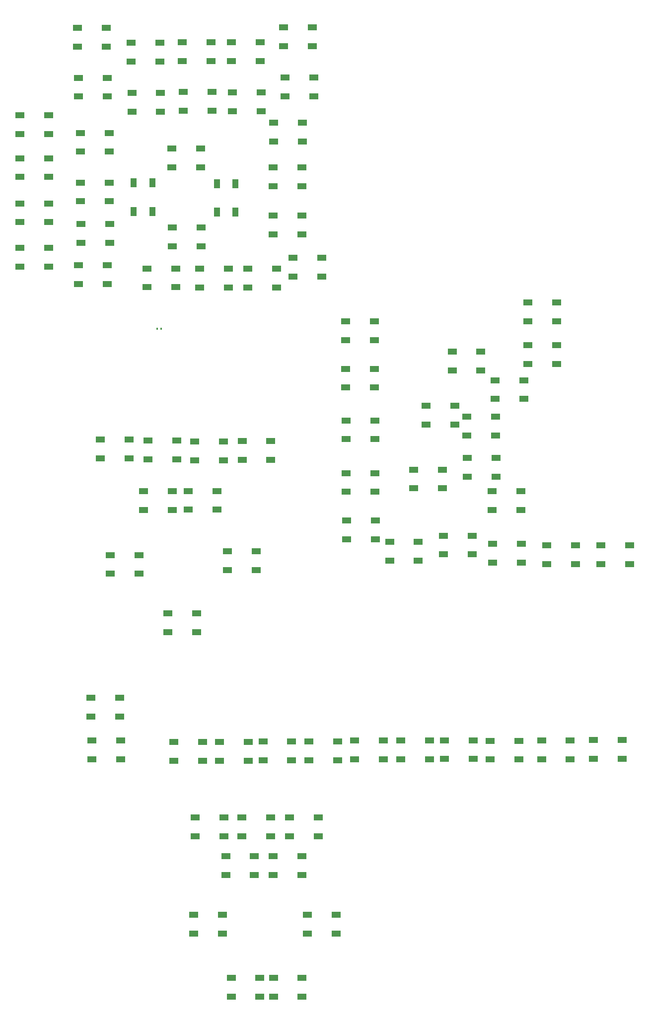
<source format=gbr>
%TF.GenerationSoftware,KiCad,Pcbnew,(5.1.6)-1*%
%TF.CreationDate,2020-11-25T14:24:20+11:00*%
%TF.ProjectId,DISP-EMC Panel PCB V1,44495350-2d45-44d4-9320-50616e656c20,rev?*%
%TF.SameCoordinates,Original*%
%TF.FileFunction,Paste,Top*%
%TF.FilePolarity,Positive*%
%FSLAX46Y46*%
G04 Gerber Fmt 4.6, Leading zero omitted, Abs format (unit mm)*
G04 Created by KiCad (PCBNEW (5.1.6)-1) date 2020-11-25 14:24:20*
%MOMM*%
%LPD*%
G01*
G04 APERTURE LIST*
%ADD10R,1.000000X1.500000*%
%ADD11R,1.500000X1.000000*%
G04 APERTURE END LIST*
D10*
%TO.C,D79*%
X67665600Y-42214800D03*
X70865600Y-42214800D03*
X67665600Y-37314800D03*
X70865600Y-37314800D03*
%TD*%
D11*
%TO.C,D78*%
X79144200Y-48158000D03*
X79144200Y-44958000D03*
X74244200Y-48158000D03*
X74244200Y-44958000D03*
%TD*%
D10*
%TO.C,D77*%
X81838800Y-42339600D03*
X85038800Y-42339600D03*
X81838800Y-37439600D03*
X85038800Y-37439600D03*
%TD*%
D11*
%TO.C,D76*%
X79093400Y-34645200D03*
X79093400Y-31445200D03*
X74193400Y-34645200D03*
X74193400Y-31445200D03*
%TD*%
%TO.C,D75*%
X77876400Y-162103000D03*
X77876400Y-165303000D03*
X82776400Y-162103000D03*
X82776400Y-165303000D03*
%TD*%
%TO.C,D74*%
X84291000Y-172847000D03*
X84291000Y-176047000D03*
X89191000Y-172847000D03*
X89191000Y-176047000D03*
%TD*%
%TO.C,D73*%
X91490800Y-172872000D03*
X91490800Y-176072000D03*
X96390800Y-172872000D03*
X96390800Y-176072000D03*
%TD*%
%TO.C,D72*%
X97295800Y-162103000D03*
X97295800Y-165303000D03*
X102195800Y-162103000D03*
X102195800Y-165303000D03*
%TD*%
%TO.C,D71*%
X91467600Y-152146000D03*
X91467600Y-155346000D03*
X96367600Y-152146000D03*
X96367600Y-155346000D03*
%TD*%
%TO.C,D70*%
X83365000Y-152121000D03*
X83365000Y-155321000D03*
X88265000Y-152121000D03*
X88265000Y-155321000D03*
%TD*%
%TO.C,D69*%
X94210800Y-145517000D03*
X94210800Y-148717000D03*
X99110800Y-145517000D03*
X99110800Y-148717000D03*
%TD*%
%TO.C,D68*%
X86082800Y-145542000D03*
X86082800Y-148742000D03*
X90982800Y-145542000D03*
X90982800Y-148742000D03*
%TD*%
%TO.C,D67*%
X78118800Y-145491000D03*
X78118800Y-148691000D03*
X83018800Y-145491000D03*
X83018800Y-148691000D03*
%TD*%
%TO.C,D66*%
X146052000Y-132334000D03*
X146052000Y-135534000D03*
X150952000Y-132334000D03*
X150952000Y-135534000D03*
%TD*%
%TO.C,D65*%
X137211000Y-132385000D03*
X137211000Y-135585000D03*
X142111000Y-132385000D03*
X142111000Y-135585000D03*
%TD*%
%TO.C,D64*%
X128425000Y-132436000D03*
X128425000Y-135636000D03*
X133325000Y-132436000D03*
X133325000Y-135636000D03*
%TD*%
%TO.C,D63*%
X120652000Y-132359000D03*
X120652000Y-135559000D03*
X125552000Y-132359000D03*
X125552000Y-135559000D03*
%TD*%
%TO.C,D62*%
X113185000Y-132410000D03*
X113185000Y-135610000D03*
X118085000Y-132410000D03*
X118085000Y-135610000D03*
%TD*%
%TO.C,D61*%
X105336000Y-132410000D03*
X105336000Y-135610000D03*
X110236000Y-132410000D03*
X110236000Y-135610000D03*
%TD*%
%TO.C,D60*%
X97538200Y-132563000D03*
X97538200Y-135763000D03*
X102438200Y-132563000D03*
X102438200Y-135763000D03*
%TD*%
%TO.C,D59*%
X89715000Y-132537000D03*
X89715000Y-135737000D03*
X94615000Y-132537000D03*
X94615000Y-135737000D03*
%TD*%
%TO.C,D58*%
X82272800Y-132614000D03*
X82272800Y-135814000D03*
X87172800Y-132614000D03*
X87172800Y-135814000D03*
%TD*%
%TO.C,D57*%
X74525800Y-132639000D03*
X74525800Y-135839000D03*
X79425800Y-132639000D03*
X79425800Y-135839000D03*
%TD*%
%TO.C,D56*%
X60516600Y-132385000D03*
X60516600Y-135585000D03*
X65416600Y-132385000D03*
X65416600Y-135585000D03*
%TD*%
%TO.C,D55*%
X60403400Y-125095000D03*
X60403400Y-128295000D03*
X65303400Y-125095000D03*
X65303400Y-128295000D03*
%TD*%
%TO.C,D54*%
X63680000Y-100762000D03*
X63680000Y-103962000D03*
X68580000Y-100762000D03*
X68580000Y-103962000D03*
%TD*%
%TO.C,D53*%
X73535200Y-110694000D03*
X73535200Y-113894000D03*
X78435200Y-110694000D03*
X78435200Y-113894000D03*
%TD*%
%TO.C,D52*%
X83681400Y-100152000D03*
X83681400Y-103352000D03*
X88581400Y-100152000D03*
X88581400Y-103352000D03*
%TD*%
%TO.C,D51*%
X76964200Y-89840200D03*
X76964200Y-93040200D03*
X81864200Y-89840200D03*
X81864200Y-93040200D03*
%TD*%
%TO.C,D50*%
X69381200Y-89865400D03*
X69381200Y-93065400D03*
X74281200Y-89865400D03*
X74281200Y-93065400D03*
%TD*%
%TO.C,D49*%
X86159000Y-81356200D03*
X86159000Y-84556200D03*
X91059000Y-81356200D03*
X91059000Y-84556200D03*
%TD*%
%TO.C,D48*%
X78081800Y-81407400D03*
X78081800Y-84607400D03*
X82981800Y-81407400D03*
X82981800Y-84607400D03*
%TD*%
%TO.C,D47*%
X70131600Y-81254600D03*
X70131600Y-84454600D03*
X75031600Y-81254600D03*
X75031600Y-84454600D03*
%TD*%
%TO.C,D46*%
X62015200Y-81051600D03*
X62015200Y-84251600D03*
X66915200Y-81051600D03*
X66915200Y-84251600D03*
%TD*%
%TO.C,D45*%
X147297000Y-99137000D03*
X147297000Y-102337000D03*
X152197000Y-99137000D03*
X152197000Y-102337000D03*
%TD*%
%TO.C,D44*%
X138102000Y-99111000D03*
X138102000Y-102311000D03*
X143002000Y-99111000D03*
X143002000Y-102311000D03*
%TD*%
%TO.C,D43*%
X128882000Y-98882000D03*
X128882000Y-102082000D03*
X133782000Y-98882000D03*
X133782000Y-102082000D03*
%TD*%
%TO.C,D42*%
X120525000Y-97460200D03*
X120525000Y-100660200D03*
X125425000Y-97460200D03*
X125425000Y-100660200D03*
%TD*%
%TO.C,D41*%
X111305000Y-98552000D03*
X111305000Y-101752000D03*
X116205000Y-98552000D03*
X116205000Y-101752000D03*
%TD*%
%TO.C,D40*%
X103976000Y-94869200D03*
X103976000Y-98069200D03*
X108876000Y-94869200D03*
X108876000Y-98069200D03*
%TD*%
%TO.C,D39*%
X103861000Y-86792200D03*
X103861000Y-89992200D03*
X108761000Y-86792200D03*
X108761000Y-89992200D03*
%TD*%
%TO.C,D38*%
X103888000Y-77826000D03*
X103888000Y-81026000D03*
X108788000Y-77826000D03*
X108788000Y-81026000D03*
%TD*%
%TO.C,R1*%
G36*
G01*
X72195000Y-62279700D02*
X72195000Y-62078700D01*
G75*
G02*
X72274500Y-61999200I79500J0D01*
G01*
X72433500Y-61999200D01*
G75*
G02*
X72513000Y-62078700I0J-79500D01*
G01*
X72513000Y-62279700D01*
G75*
G02*
X72433500Y-62359200I-79500J0D01*
G01*
X72274500Y-62359200D01*
G75*
G02*
X72195000Y-62279700I0J79500D01*
G01*
G37*
G36*
G01*
X71505000Y-62279700D02*
X71505000Y-62078700D01*
G75*
G02*
X71584500Y-61999200I79500J0D01*
G01*
X71743500Y-61999200D01*
G75*
G02*
X71823000Y-62078700I0J-79500D01*
G01*
X71823000Y-62279700D01*
G75*
G02*
X71743500Y-62359200I-79500J0D01*
G01*
X71584500Y-62359200D01*
G75*
G02*
X71505000Y-62279700I0J79500D01*
G01*
G37*
%TD*%
%TO.C,D37*%
X103835000Y-69011800D03*
X103835000Y-72211800D03*
X108735000Y-69011800D03*
X108735000Y-72211800D03*
%TD*%
%TO.C,D36*%
X103787000Y-60960400D03*
X103787000Y-64160400D03*
X108687000Y-60960400D03*
X108687000Y-64160400D03*
%TD*%
%TO.C,D35*%
X128792000Y-89890800D03*
X128792000Y-93090800D03*
X133692000Y-89890800D03*
X133692000Y-93090800D03*
%TD*%
%TO.C,D34*%
X115420000Y-86208000D03*
X115420000Y-89408000D03*
X120320000Y-86208000D03*
X120320000Y-89408000D03*
%TD*%
%TO.C,D33*%
X124538000Y-84226800D03*
X124538000Y-87426800D03*
X129438000Y-84226800D03*
X129438000Y-87426800D03*
%TD*%
%TO.C,D32*%
X124485000Y-77190600D03*
X124485000Y-80390600D03*
X129385000Y-77190600D03*
X129385000Y-80390600D03*
%TD*%
%TO.C,D31*%
X117503000Y-75311400D03*
X117503000Y-78511400D03*
X122403000Y-75311400D03*
X122403000Y-78511400D03*
%TD*%
%TO.C,D30*%
X129286000Y-70967600D03*
X129286000Y-74167600D03*
X134186000Y-70967600D03*
X134186000Y-74167600D03*
%TD*%
%TO.C,D29*%
X121973000Y-66091200D03*
X121973000Y-69291200D03*
X126873000Y-66091200D03*
X126873000Y-69291200D03*
%TD*%
%TO.C,D28*%
X134851000Y-65024000D03*
X134851000Y-68224000D03*
X139751000Y-65024000D03*
X139751000Y-68224000D03*
%TD*%
%TO.C,D27*%
X134851000Y-57709200D03*
X134851000Y-60909200D03*
X139751000Y-57709200D03*
X139751000Y-60909200D03*
%TD*%
%TO.C,D26*%
X94845800Y-50114200D03*
X94845800Y-53314200D03*
X99745800Y-50114200D03*
X99745800Y-53314200D03*
%TD*%
%TO.C,D25*%
X87098800Y-51968400D03*
X87098800Y-55168400D03*
X91998800Y-51968400D03*
X91998800Y-55168400D03*
%TD*%
%TO.C,D24*%
X78945400Y-51943000D03*
X78945400Y-55143000D03*
X83845400Y-51943000D03*
X83845400Y-55143000D03*
%TD*%
%TO.C,D23*%
X69940000Y-51917800D03*
X69940000Y-55117800D03*
X74840000Y-51917800D03*
X74840000Y-55117800D03*
%TD*%
%TO.C,D22*%
X58244400Y-51333800D03*
X58244400Y-54533800D03*
X63144400Y-51333800D03*
X63144400Y-54533800D03*
%TD*%
%TO.C,D21*%
X48262200Y-48412400D03*
X48262200Y-51612400D03*
X53162200Y-48412400D03*
X53162200Y-51612400D03*
%TD*%
%TO.C,D20*%
X91442200Y-42875200D03*
X91442200Y-46075200D03*
X96342200Y-42875200D03*
X96342200Y-46075200D03*
%TD*%
%TO.C,D19*%
X58648600Y-44348400D03*
X58648600Y-47548400D03*
X63548600Y-44348400D03*
X63548600Y-47548400D03*
%TD*%
%TO.C,D18*%
X48262200Y-40817800D03*
X48262200Y-44017800D03*
X53162200Y-40817800D03*
X53162200Y-44017800D03*
%TD*%
%TO.C,D17*%
X91416800Y-34671000D03*
X91416800Y-37871000D03*
X96316800Y-34671000D03*
X96316800Y-37871000D03*
%TD*%
%TO.C,D16*%
X58600000Y-37261800D03*
X58600000Y-40461800D03*
X63500000Y-37261800D03*
X63500000Y-40461800D03*
%TD*%
%TO.C,D15*%
X48262200Y-33121600D03*
X48262200Y-36321600D03*
X53162200Y-33121600D03*
X53162200Y-36321600D03*
%TD*%
%TO.C,D14*%
X91543800Y-27051400D03*
X91543800Y-30251400D03*
X96443800Y-27051400D03*
X96443800Y-30251400D03*
%TD*%
%TO.C,D13*%
X58625400Y-28803600D03*
X58625400Y-32003600D03*
X63525400Y-28803600D03*
X63525400Y-32003600D03*
%TD*%
%TO.C,D12*%
X48262200Y-25781000D03*
X48262200Y-28981000D03*
X53162200Y-25781000D03*
X53162200Y-28981000D03*
%TD*%
%TO.C,D11*%
X93474200Y-19354800D03*
X93474200Y-22554800D03*
X98374200Y-19354800D03*
X98374200Y-22554800D03*
%TD*%
%TO.C,D10*%
X84505800Y-21869400D03*
X84505800Y-25069400D03*
X89405800Y-21869400D03*
X89405800Y-25069400D03*
%TD*%
%TO.C,D9*%
X76126000Y-21844000D03*
X76126000Y-25044000D03*
X81026000Y-21844000D03*
X81026000Y-25044000D03*
%TD*%
%TO.C,D8*%
X67363000Y-21971400D03*
X67363000Y-25171400D03*
X72263000Y-21971400D03*
X72263000Y-25171400D03*
%TD*%
%TO.C,D7*%
X58267600Y-19405600D03*
X58267600Y-22605600D03*
X63167600Y-19405600D03*
X63167600Y-22605600D03*
%TD*%
%TO.C,D6*%
X93245600Y-10820800D03*
X93245600Y-14020800D03*
X98145600Y-10820800D03*
X98145600Y-14020800D03*
%TD*%
%TO.C,D5*%
X84304800Y-13335400D03*
X84304800Y-16535400D03*
X89204800Y-13335400D03*
X89204800Y-16535400D03*
%TD*%
%TO.C,D4*%
X75922800Y-13335400D03*
X75922800Y-16535400D03*
X80822800Y-13335400D03*
X80822800Y-16535400D03*
%TD*%
%TO.C,D3*%
X67210600Y-13437000D03*
X67210600Y-16637000D03*
X72110600Y-13437000D03*
X72110600Y-16637000D03*
%TD*%
%TO.C,D2*%
X58103600Y-10871400D03*
X58103600Y-14071400D03*
X63003600Y-10871400D03*
X63003600Y-14071400D03*
%TD*%
M02*

</source>
